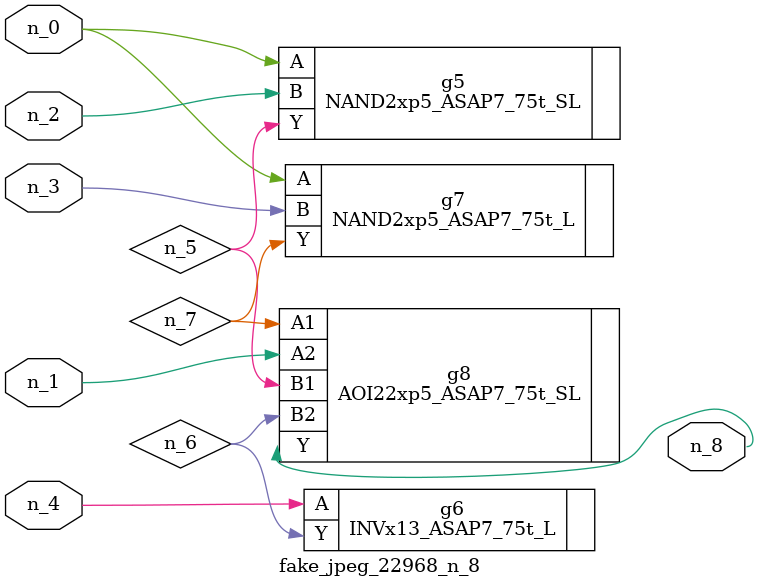
<source format=v>
module fake_jpeg_22968_n_8 (n_3, n_2, n_1, n_0, n_4, n_8);

input n_3;
input n_2;
input n_1;
input n_0;
input n_4;

output n_8;

wire n_6;
wire n_5;
wire n_7;

NAND2xp5_ASAP7_75t_SL g5 ( 
.A(n_0),
.B(n_2),
.Y(n_5)
);

INVx13_ASAP7_75t_L g6 ( 
.A(n_4),
.Y(n_6)
);

NAND2xp5_ASAP7_75t_L g7 ( 
.A(n_0),
.B(n_3),
.Y(n_7)
);

AOI22xp5_ASAP7_75t_SL g8 ( 
.A1(n_7),
.A2(n_1),
.B1(n_5),
.B2(n_6),
.Y(n_8)
);


endmodule
</source>
